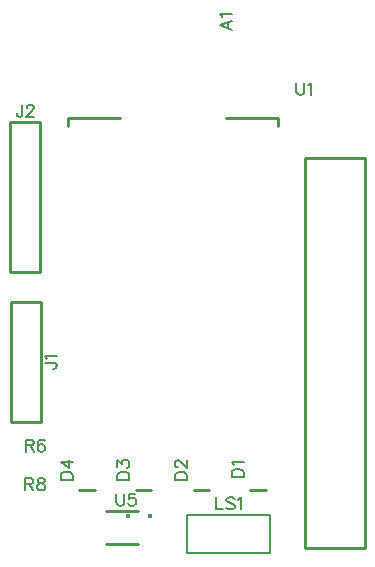
<source format=gbr>
G04 DipTrace 3.0.0.2*
G04 TopSilk.gbr*
%MOIN*%
G04 #@! TF.FileFunction,Legend,Top*
G04 #@! TF.Part,Single*
%ADD10C,0.01*%
%ADD26C,0.005906*%
%ADD32C,0.015751*%
%ADD62C,0.006176*%
%FSLAX26Y26*%
G04*
G70*
G90*
G75*
G01*
G04 TopSilk*
%LPD*%
X1257461Y616950D2*
D10*
X1206319D1*
X1068508Y617005D2*
X1017366D1*
X876358Y616950D2*
X825217D1*
X687382D2*
X636240D1*
X407349Y843509D2*
X507349D1*
X407349Y1243509D2*
Y843509D1*
X507349Y1243509D2*
Y843509D1*
X407349Y1243509D2*
X507349D1*
X506764Y1843496D2*
X406764D1*
X506764Y1343496D2*
Y1843496D1*
X406764Y1343496D2*
Y1843496D1*
X506764Y1343496D2*
X406764D1*
X1271457Y409449D2*
D26*
X995866D1*
Y535433D1*
X1271457D1*
Y409449D1*
X770993Y1856905D2*
D10*
X597026D1*
Y1833050D1*
X1124989Y1856905D2*
X1296990D1*
Y1833050D1*
X1387126Y425701D2*
X1587126D1*
X1387126Y1725701D2*
X1587126D1*
Y425701D1*
X1387126Y1725701D2*
Y425701D1*
X831557Y547449D2*
X725532D1*
X831557Y437213D2*
X725532D1*
D32*
X798224Y531702D3*
X873030D3*
X1145528Y2182018D2*
D62*
X1105336Y2166676D1*
X1145528Y2151377D1*
X1132131Y2157125D2*
Y2176270D1*
X1113030Y2194370D2*
X1111084Y2198217D1*
X1105380Y2203965D1*
X1145528D1*
X1143784Y661467D2*
X1183976D1*
Y674864D1*
X1182031Y680612D1*
X1178228Y684459D1*
X1174381Y686361D1*
X1168677Y688262D1*
X1159083D1*
X1153335Y686361D1*
X1149532Y684459D1*
X1145685Y680613D1*
X1143784Y674865D1*
Y661467D1*
X1151478Y700613D2*
X1149532Y704460D1*
X1143828Y710208D1*
X1183976D1*
X954831Y652922D2*
X995023D1*
Y666320D1*
X993078Y672068D1*
X989275Y675914D1*
X985428Y677816D1*
X979725Y679717D1*
X970130D1*
X964382Y677816D1*
X960579Y675914D1*
X956733Y672068D1*
X954831Y666320D1*
Y652922D1*
X964426Y694014D2*
X962525D1*
X958678Y695915D1*
X956777Y697816D1*
X954875Y701663D1*
Y709312D1*
X956777Y713115D1*
X958678Y715016D1*
X962525Y716962D1*
X966327D1*
X970174Y715016D1*
X975878Y711214D1*
X995023Y692068D1*
Y718863D1*
X762682Y652867D2*
X802874D1*
Y666265D1*
X800928Y672013D1*
X797126Y675859D1*
X793279Y677761D1*
X787575Y679662D1*
X777980D1*
X772232Y677761D1*
X768430Y675859D1*
X764583Y672013D1*
X762682Y666265D1*
Y652867D1*
X762726Y695860D2*
Y716862D1*
X778024Y705411D1*
Y711159D1*
X779926Y714961D1*
X781827Y716862D1*
X787575Y718808D1*
X791378D1*
X797126Y716862D1*
X800972Y713060D1*
X802874Y707312D1*
Y701564D1*
X800972Y695860D1*
X799027Y693959D1*
X795224Y692013D1*
X573705Y651917D2*
X613897D1*
Y665314D1*
X611952Y671062D1*
X608149Y674909D1*
X604302Y676810D1*
X598599Y678711D1*
X589004D1*
X583256Y676810D1*
X579453Y674909D1*
X575607Y671062D1*
X573705Y665314D1*
Y651917D1*
X613897Y710208D2*
X573749D1*
X600500Y691063D1*
Y719759D1*
X520916Y1042109D2*
X551514D1*
X557262Y1040208D1*
X559163Y1038262D1*
X561108Y1034460D1*
Y1030613D1*
X559163Y1026811D1*
X557262Y1024909D1*
X551513Y1022964D1*
X547711D1*
X528610Y1054460D2*
X526664Y1058307D1*
X520961Y1064055D1*
X561108D1*
X446764Y1902075D2*
Y1871478D1*
X444862Y1865729D1*
X442917Y1863828D1*
X439114Y1861883D1*
X435268D1*
X431465Y1863828D1*
X429564Y1865729D1*
X427618Y1871478D1*
Y1875280D1*
X461061Y1892480D2*
Y1894381D1*
X462962Y1898228D1*
X464863Y1900129D1*
X468710Y1902031D1*
X476359D1*
X480162Y1900129D1*
X482063Y1898228D1*
X484008Y1894381D1*
Y1890579D1*
X482063Y1886732D1*
X478260Y1881028D1*
X459115Y1861883D1*
X485910D1*
X1091642Y594012D2*
Y553820D1*
X1114589D1*
X1153736Y588264D2*
X1149933Y592110D1*
X1144185Y594012D1*
X1136536D1*
X1130788Y592110D1*
X1126941Y588264D1*
Y584461D1*
X1128886Y580614D1*
X1130788Y578713D1*
X1134590Y576812D1*
X1146086Y572965D1*
X1149933Y571064D1*
X1151834Y569118D1*
X1153736Y565316D1*
Y559568D1*
X1149933Y555765D1*
X1144185Y553820D1*
X1136536D1*
X1130788Y555765D1*
X1126941Y559568D1*
X1166087Y586318D2*
X1169934Y588264D1*
X1175682Y593968D1*
Y553820D1*
X458554Y766467D2*
X475754D1*
X481502Y768413D1*
X483447Y770314D1*
X485348Y774117D1*
Y777963D1*
X483447Y781766D1*
X481502Y783712D1*
X475754Y785613D1*
X458554D1*
Y745421D1*
X471951Y766467D2*
X485348Y745421D1*
X520648Y779865D2*
X518746Y783667D1*
X512998Y785569D1*
X509196D1*
X503448Y783667D1*
X499601Y777919D1*
X497700Y768369D1*
Y758818D1*
X499601Y751169D1*
X503448Y747322D1*
X509196Y745421D1*
X511097D1*
X516801Y747322D1*
X520648Y751169D1*
X522549Y756917D1*
Y758818D1*
X520648Y764566D1*
X516801Y768369D1*
X511097Y770270D1*
X509196D1*
X503448Y768369D1*
X499601Y764566D1*
X497700Y758818D1*
X456553Y638515D2*
X473753D1*
X479501Y640460D1*
X481447Y642361D1*
X483348Y646164D1*
Y650011D1*
X481447Y653813D1*
X479501Y655759D1*
X473753Y657660D1*
X456553D1*
Y617468D1*
X469951Y638515D2*
X483348Y617468D1*
X505250Y657616D2*
X499546Y655715D1*
X497601Y651912D1*
Y648065D1*
X499546Y644263D1*
X503349Y642317D1*
X510998Y640416D1*
X516746Y638515D1*
X520549Y634668D1*
X522450Y630865D1*
Y625117D1*
X520549Y621315D1*
X518647Y619369D1*
X512899Y617468D1*
X505250D1*
X499546Y619369D1*
X497601Y621315D1*
X495699Y625117D1*
Y630865D1*
X497601Y634668D1*
X501447Y638515D1*
X507151Y640416D1*
X514800Y642317D1*
X518647Y644263D1*
X520549Y648065D1*
Y651912D1*
X518647Y655715D1*
X512899Y657616D1*
X505250D1*
X1359623Y1975067D2*
Y1946371D1*
X1361525Y1940623D1*
X1365372Y1936820D1*
X1371120Y1934875D1*
X1374922D1*
X1380670Y1936820D1*
X1384517Y1940623D1*
X1386418Y1946371D1*
Y1975067D1*
X1398770Y1967373D2*
X1402616Y1969319D1*
X1408364Y1975023D1*
Y1934875D1*
X759845Y606027D2*
Y577332D1*
X761746Y571584D1*
X765593Y567781D1*
X771341Y565835D1*
X775143D1*
X780891Y567781D1*
X784738Y571584D1*
X786639Y577332D1*
Y606027D1*
X821939Y605983D2*
X802838D1*
X800936Y588783D1*
X802838Y590685D1*
X808586Y592630D1*
X814289D1*
X820038Y590685D1*
X823884Y586882D1*
X825786Y581134D1*
Y577332D1*
X823884Y571584D1*
X820038Y567737D1*
X814289Y565835D1*
X808586D1*
X802838Y567737D1*
X800936Y569682D1*
X798991Y573485D1*
M02*

</source>
